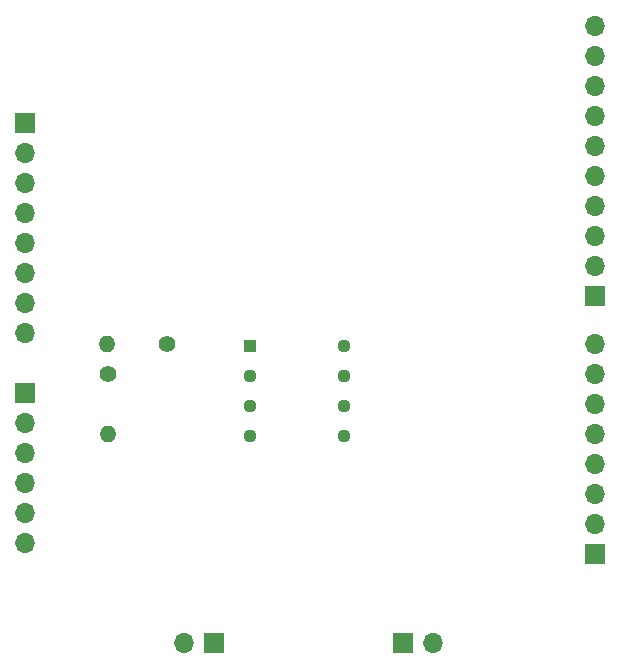
<source format=gbr>
%TF.GenerationSoftware,KiCad,Pcbnew,9.0.0*%
%TF.CreationDate,2025-03-04T19:19:52+01:00*%
%TF.ProjectId,ProgrammingBoard,50726f67-7261-46d6-9d69-6e67426f6172,rev?*%
%TF.SameCoordinates,Original*%
%TF.FileFunction,Soldermask,Bot*%
%TF.FilePolarity,Negative*%
%FSLAX46Y46*%
G04 Gerber Fmt 4.6, Leading zero omitted, Abs format (unit mm)*
G04 Created by KiCad (PCBNEW 9.0.0) date 2025-03-04 19:19:52*
%MOMM*%
%LPD*%
G01*
G04 APERTURE LIST*
%ADD10R,1.130000X1.130000*%
%ADD11C,1.130000*%
%ADD12C,1.400000*%
%ADD13O,1.400000X1.400000*%
%ADD14R,1.700000X1.700000*%
%ADD15O,1.700000X1.700000*%
G04 APERTURE END LIST*
D10*
%TO.C,U1*%
X172060000Y-105880000D03*
D11*
X172060000Y-108420000D03*
X172060000Y-110960000D03*
X172060000Y-113500000D03*
X180000000Y-113500000D03*
X180000000Y-110960000D03*
X180000000Y-108420000D03*
X180000000Y-105880000D03*
%TD*%
D12*
%TO.C,R2*%
X165030000Y-105690000D03*
D13*
X159950000Y-105690000D03*
%TD*%
D12*
%TO.C,R1*%
X160030000Y-108190000D03*
D13*
X160030000Y-113270000D03*
%TD*%
D14*
%TO.C,J6*%
X153010000Y-86940000D03*
D15*
X153010000Y-89480000D03*
X153010000Y-92020000D03*
X153010000Y-94560000D03*
X153010000Y-97100000D03*
X153010000Y-99640000D03*
X153010000Y-102180000D03*
X153010000Y-104720000D03*
%TD*%
D14*
%TO.C,J5*%
X153000000Y-109800000D03*
D15*
X153000000Y-112340000D03*
X153000000Y-114880000D03*
X153000000Y-117420000D03*
X153000000Y-119960000D03*
X153000000Y-122500000D03*
%TD*%
D14*
%TO.C,J4*%
X201270000Y-101640000D03*
D15*
X201270000Y-99100000D03*
X201270000Y-96560000D03*
X201270000Y-94020000D03*
X201270000Y-91480000D03*
X201270000Y-88940000D03*
X201270000Y-86400000D03*
X201270000Y-83860000D03*
X201270000Y-81320000D03*
X201270000Y-78780000D03*
%TD*%
D14*
%TO.C,J3*%
X201260000Y-123480000D03*
D15*
X201260000Y-120940000D03*
X201260000Y-118400000D03*
X201260000Y-115860000D03*
X201260000Y-113320000D03*
X201260000Y-110780000D03*
X201260000Y-108240000D03*
X201260000Y-105700000D03*
%TD*%
D14*
%TO.C,J2*%
X169000000Y-131000000D03*
D15*
X166460000Y-131000000D03*
%TD*%
D14*
%TO.C,J1*%
X185000000Y-131000000D03*
D15*
X187540000Y-131000000D03*
%TD*%
M02*

</source>
